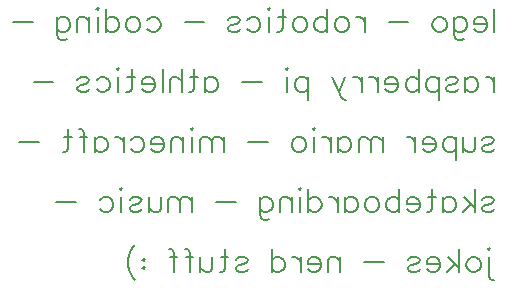
<source format=gbo>
G04 Layer: BottomSilkscreenLayer*
G04 EasyEDA v6.5.34, 2023-09-01 08:25:12*
G04 cc2bbb75409f4265bb42bba671d4d825,5105ad0bdac541d6bd466d525955c20a,10*
G04 Gerber Generator version 0.2*
G04 Scale: 100 percent, Rotated: No, Reflected: No *
G04 Dimensions in millimeters *
G04 leading zeros omitted , absolute positions ,4 integer and 5 decimal *
%FSLAX45Y45*%
%MOMM*%

%ADD10C,0.2032*%

%LPD*%
D10*
X4292600Y-810953D02*
G01*
X4292600Y-1004915D01*
X4231640Y-931024D02*
G01*
X4120804Y-931024D01*
X4120804Y-912553D01*
X4130040Y-894079D01*
X4139275Y-884844D01*
X4157748Y-875606D01*
X4185457Y-875606D01*
X4203931Y-884844D01*
X4222404Y-903315D01*
X4231640Y-931024D01*
X4231640Y-949497D01*
X4222404Y-977206D01*
X4203931Y-995679D01*
X4185457Y-1004915D01*
X4157748Y-1004915D01*
X4139275Y-995679D01*
X4120804Y-977206D01*
X3949006Y-875606D02*
G01*
X3949006Y-1023388D01*
X3958244Y-1051097D01*
X3967479Y-1060335D01*
X3985953Y-1069571D01*
X4013662Y-1069571D01*
X4032135Y-1060335D01*
X3949006Y-903315D02*
G01*
X3967479Y-884844D01*
X3985953Y-875606D01*
X4013662Y-875606D01*
X4032135Y-884844D01*
X4050606Y-903315D01*
X4059844Y-931024D01*
X4059844Y-949497D01*
X4050606Y-977206D01*
X4032135Y-995679D01*
X4013662Y-1004915D01*
X3985953Y-1004915D01*
X3967479Y-995679D01*
X3949006Y-977206D01*
X3841864Y-875606D02*
G01*
X3860337Y-884844D01*
X3878811Y-903315D01*
X3888046Y-931024D01*
X3888046Y-949497D01*
X3878811Y-977206D01*
X3860337Y-995679D01*
X3841864Y-1004915D01*
X3814155Y-1004915D01*
X3795684Y-995679D01*
X3777211Y-977206D01*
X3767975Y-949497D01*
X3767975Y-931024D01*
X3777211Y-903315D01*
X3795684Y-884844D01*
X3814155Y-875606D01*
X3841864Y-875606D01*
X3564775Y-921788D02*
G01*
X3398520Y-921788D01*
X3195320Y-875606D02*
G01*
X3195320Y-1004915D01*
X3195320Y-931024D02*
G01*
X3186084Y-903315D01*
X3167611Y-884844D01*
X3149137Y-875606D01*
X3121428Y-875606D01*
X3014286Y-875606D02*
G01*
X3032759Y-884844D01*
X3051233Y-903315D01*
X3060468Y-931024D01*
X3060468Y-949497D01*
X3051233Y-977206D01*
X3032759Y-995679D01*
X3014286Y-1004915D01*
X2986577Y-1004915D01*
X2968104Y-995679D01*
X2949633Y-977206D01*
X2940395Y-949497D01*
X2940395Y-931024D01*
X2949633Y-903315D01*
X2968104Y-884844D01*
X2986577Y-875606D01*
X3014286Y-875606D01*
X2879435Y-810953D02*
G01*
X2879435Y-1004915D01*
X2879435Y-903315D02*
G01*
X2860964Y-884844D01*
X2842491Y-875606D01*
X2814782Y-875606D01*
X2796308Y-884844D01*
X2777835Y-903315D01*
X2768600Y-931024D01*
X2768600Y-949497D01*
X2777835Y-977206D01*
X2796308Y-995679D01*
X2814782Y-1004915D01*
X2842491Y-1004915D01*
X2860964Y-995679D01*
X2879435Y-977206D01*
X2661457Y-875606D02*
G01*
X2679931Y-884844D01*
X2698404Y-903315D01*
X2707640Y-931024D01*
X2707640Y-949497D01*
X2698404Y-977206D01*
X2679931Y-995679D01*
X2661457Y-1004915D01*
X2633748Y-1004915D01*
X2615275Y-995679D01*
X2596804Y-977206D01*
X2587566Y-949497D01*
X2587566Y-931024D01*
X2596804Y-903315D01*
X2615275Y-884844D01*
X2633748Y-875606D01*
X2661457Y-875606D01*
X2498897Y-810953D02*
G01*
X2498897Y-967971D01*
X2489662Y-995679D01*
X2471188Y-1004915D01*
X2452715Y-1004915D01*
X2526606Y-875606D02*
G01*
X2461953Y-875606D01*
X2391755Y-810953D02*
G01*
X2382520Y-820188D01*
X2373284Y-810953D01*
X2382520Y-801715D01*
X2391755Y-810953D01*
X2382520Y-875606D02*
G01*
X2382520Y-1004915D01*
X2201486Y-903315D02*
G01*
X2219959Y-884844D01*
X2238433Y-875606D01*
X2266142Y-875606D01*
X2284615Y-884844D01*
X2303086Y-903315D01*
X2312324Y-931024D01*
X2312324Y-949497D01*
X2303086Y-977206D01*
X2284615Y-995679D01*
X2266142Y-1004915D01*
X2238433Y-1004915D01*
X2219959Y-995679D01*
X2201486Y-977206D01*
X2038926Y-903315D02*
G01*
X2048164Y-884844D01*
X2075873Y-875606D01*
X2103582Y-875606D01*
X2131291Y-884844D01*
X2140526Y-903315D01*
X2131291Y-921788D01*
X2112817Y-931024D01*
X2066635Y-940262D01*
X2048164Y-949497D01*
X2038926Y-967971D01*
X2038926Y-977206D01*
X2048164Y-995679D01*
X2075873Y-1004915D01*
X2103582Y-1004915D01*
X2131291Y-995679D01*
X2140526Y-977206D01*
X1835726Y-921788D02*
G01*
X1669473Y-921788D01*
X1355435Y-903315D02*
G01*
X1373908Y-884844D01*
X1392382Y-875606D01*
X1420091Y-875606D01*
X1438564Y-884844D01*
X1457035Y-903315D01*
X1466273Y-931024D01*
X1466273Y-949497D01*
X1457035Y-977206D01*
X1438564Y-995679D01*
X1420091Y-1004915D01*
X1392382Y-1004915D01*
X1373908Y-995679D01*
X1355435Y-977206D01*
X1248295Y-875606D02*
G01*
X1266766Y-884844D01*
X1285239Y-903315D01*
X1294475Y-931024D01*
X1294475Y-949497D01*
X1285239Y-977206D01*
X1266766Y-995679D01*
X1248295Y-1004915D01*
X1220584Y-1004915D01*
X1202113Y-995679D01*
X1183639Y-977206D01*
X1174404Y-949497D01*
X1174404Y-931024D01*
X1183639Y-903315D01*
X1202113Y-884844D01*
X1220584Y-875606D01*
X1248295Y-875606D01*
X1002606Y-810953D02*
G01*
X1002606Y-1004915D01*
X1002606Y-903315D02*
G01*
X1021079Y-884844D01*
X1039553Y-875606D01*
X1067262Y-875606D01*
X1085735Y-884844D01*
X1104206Y-903315D01*
X1113444Y-931024D01*
X1113444Y-949497D01*
X1104206Y-977206D01*
X1085735Y-995679D01*
X1067262Y-1004915D01*
X1039553Y-1004915D01*
X1021079Y-995679D01*
X1002606Y-977206D01*
X941646Y-810953D02*
G01*
X932411Y-820188D01*
X923175Y-810953D01*
X932411Y-801715D01*
X941646Y-810953D01*
X932411Y-875606D02*
G01*
X932411Y-1004915D01*
X862215Y-875606D02*
G01*
X862215Y-1004915D01*
X862215Y-912553D02*
G01*
X834504Y-884844D01*
X816033Y-875606D01*
X788324Y-875606D01*
X769851Y-884844D01*
X760615Y-912553D01*
X760615Y-1004915D01*
X588817Y-875606D02*
G01*
X588817Y-1023388D01*
X598055Y-1051097D01*
X607291Y-1060335D01*
X625764Y-1069571D01*
X653473Y-1069571D01*
X671944Y-1060335D01*
X588817Y-903315D02*
G01*
X607291Y-884844D01*
X625764Y-875606D01*
X653473Y-875606D01*
X671944Y-884844D01*
X690417Y-903315D01*
X699655Y-931024D01*
X699655Y-949497D01*
X690417Y-977206D01*
X671944Y-995679D01*
X653473Y-1004915D01*
X625764Y-1004915D01*
X607291Y-995679D01*
X588817Y-977206D01*
X385617Y-921788D02*
G01*
X219364Y-921788D01*
X4292600Y-1383606D02*
G01*
X4292600Y-1512915D01*
X4292600Y-1439024D02*
G01*
X4283364Y-1411315D01*
X4264891Y-1392844D01*
X4246417Y-1383606D01*
X4218708Y-1383606D01*
X4046913Y-1383606D02*
G01*
X4046913Y-1512915D01*
X4046913Y-1411315D02*
G01*
X4065384Y-1392844D01*
X4083857Y-1383606D01*
X4111566Y-1383606D01*
X4130040Y-1392844D01*
X4148513Y-1411315D01*
X4157748Y-1439024D01*
X4157748Y-1457497D01*
X4148513Y-1485206D01*
X4130040Y-1503679D01*
X4111566Y-1512915D01*
X4083857Y-1512915D01*
X4065384Y-1503679D01*
X4046913Y-1485206D01*
X3884353Y-1411315D02*
G01*
X3893588Y-1392844D01*
X3921297Y-1383606D01*
X3949006Y-1383606D01*
X3976715Y-1392844D01*
X3985953Y-1411315D01*
X3976715Y-1429788D01*
X3958244Y-1439024D01*
X3912062Y-1448262D01*
X3893588Y-1457497D01*
X3884353Y-1475971D01*
X3884353Y-1485206D01*
X3893588Y-1503679D01*
X3921297Y-1512915D01*
X3949006Y-1512915D01*
X3976715Y-1503679D01*
X3985953Y-1485206D01*
X3823393Y-1383606D02*
G01*
X3823393Y-1577571D01*
X3823393Y-1411315D02*
G01*
X3804920Y-1392844D01*
X3786446Y-1383606D01*
X3758737Y-1383606D01*
X3740264Y-1392844D01*
X3721793Y-1411315D01*
X3712555Y-1439024D01*
X3712555Y-1457497D01*
X3721793Y-1485206D01*
X3740264Y-1503679D01*
X3758737Y-1512915D01*
X3786446Y-1512915D01*
X3804920Y-1503679D01*
X3823393Y-1485206D01*
X3651595Y-1318953D02*
G01*
X3651595Y-1512915D01*
X3651595Y-1411315D02*
G01*
X3633124Y-1392844D01*
X3614651Y-1383606D01*
X3586942Y-1383606D01*
X3568468Y-1392844D01*
X3549995Y-1411315D01*
X3540759Y-1439024D01*
X3540759Y-1457497D01*
X3549995Y-1485206D01*
X3568468Y-1503679D01*
X3586942Y-1512915D01*
X3614651Y-1512915D01*
X3633124Y-1503679D01*
X3651595Y-1485206D01*
X3479800Y-1439024D02*
G01*
X3368964Y-1439024D01*
X3368964Y-1420553D01*
X3378200Y-1402079D01*
X3387435Y-1392844D01*
X3405908Y-1383606D01*
X3433617Y-1383606D01*
X3452091Y-1392844D01*
X3470564Y-1411315D01*
X3479800Y-1439024D01*
X3479800Y-1457497D01*
X3470564Y-1485206D01*
X3452091Y-1503679D01*
X3433617Y-1512915D01*
X3405908Y-1512915D01*
X3387435Y-1503679D01*
X3368964Y-1485206D01*
X3308004Y-1383606D02*
G01*
X3308004Y-1512915D01*
X3308004Y-1439024D02*
G01*
X3298766Y-1411315D01*
X3280295Y-1392844D01*
X3261822Y-1383606D01*
X3234113Y-1383606D01*
X3173153Y-1383606D02*
G01*
X3173153Y-1512915D01*
X3173153Y-1439024D02*
G01*
X3163915Y-1411315D01*
X3145444Y-1392844D01*
X3126971Y-1383606D01*
X3099262Y-1383606D01*
X3029064Y-1383606D02*
G01*
X2973646Y-1512915D01*
X2918228Y-1383606D02*
G01*
X2973646Y-1512915D01*
X2992120Y-1549862D01*
X3010593Y-1568335D01*
X3029064Y-1577571D01*
X3038302Y-1577571D01*
X2715028Y-1383606D02*
G01*
X2715028Y-1577571D01*
X2715028Y-1411315D02*
G01*
X2696555Y-1392844D01*
X2678084Y-1383606D01*
X2650375Y-1383606D01*
X2631902Y-1392844D01*
X2613428Y-1411315D01*
X2604193Y-1439024D01*
X2604193Y-1457497D01*
X2613428Y-1485206D01*
X2631902Y-1503679D01*
X2650375Y-1512915D01*
X2678084Y-1512915D01*
X2696555Y-1503679D01*
X2715028Y-1485206D01*
X2543233Y-1318953D02*
G01*
X2533995Y-1328188D01*
X2524759Y-1318953D01*
X2533995Y-1309715D01*
X2543233Y-1318953D01*
X2533995Y-1383606D02*
G01*
X2533995Y-1512915D01*
X2321559Y-1429788D02*
G01*
X2155304Y-1429788D01*
X1841268Y-1383606D02*
G01*
X1841268Y-1512915D01*
X1841268Y-1411315D02*
G01*
X1859742Y-1392844D01*
X1878215Y-1383606D01*
X1905924Y-1383606D01*
X1924395Y-1392844D01*
X1942868Y-1411315D01*
X1952104Y-1439024D01*
X1952104Y-1457497D01*
X1942868Y-1485206D01*
X1924395Y-1503679D01*
X1905924Y-1512915D01*
X1878215Y-1512915D01*
X1859742Y-1503679D01*
X1841268Y-1485206D01*
X1752600Y-1318953D02*
G01*
X1752600Y-1475971D01*
X1743364Y-1503679D01*
X1724891Y-1512915D01*
X1706417Y-1512915D01*
X1780308Y-1383606D02*
G01*
X1715655Y-1383606D01*
X1645457Y-1318953D02*
G01*
X1645457Y-1512915D01*
X1645457Y-1420553D02*
G01*
X1617748Y-1392844D01*
X1599275Y-1383606D01*
X1571566Y-1383606D01*
X1553095Y-1392844D01*
X1543857Y-1420553D01*
X1543857Y-1512915D01*
X1482897Y-1318953D02*
G01*
X1482897Y-1512915D01*
X1421937Y-1439024D02*
G01*
X1311102Y-1439024D01*
X1311102Y-1420553D01*
X1320337Y-1402079D01*
X1329575Y-1392844D01*
X1348046Y-1383606D01*
X1375755Y-1383606D01*
X1394228Y-1392844D01*
X1412702Y-1411315D01*
X1421937Y-1439024D01*
X1421937Y-1457497D01*
X1412702Y-1485206D01*
X1394228Y-1503679D01*
X1375755Y-1512915D01*
X1348046Y-1512915D01*
X1329575Y-1503679D01*
X1311102Y-1485206D01*
X1222433Y-1318953D02*
G01*
X1222433Y-1475971D01*
X1213195Y-1503679D01*
X1194724Y-1512915D01*
X1176251Y-1512915D01*
X1250142Y-1383606D02*
G01*
X1185486Y-1383606D01*
X1115291Y-1318953D02*
G01*
X1106055Y-1328188D01*
X1096817Y-1318953D01*
X1106055Y-1309715D01*
X1115291Y-1318953D01*
X1106055Y-1383606D02*
G01*
X1106055Y-1512915D01*
X925022Y-1411315D02*
G01*
X943495Y-1392844D01*
X961966Y-1383606D01*
X989675Y-1383606D01*
X1008148Y-1392844D01*
X1026622Y-1411315D01*
X1035857Y-1439024D01*
X1035857Y-1457497D01*
X1026622Y-1485206D01*
X1008148Y-1503679D01*
X989675Y-1512915D01*
X961966Y-1512915D01*
X943495Y-1503679D01*
X925022Y-1485206D01*
X762462Y-1411315D02*
G01*
X771697Y-1392844D01*
X799406Y-1383606D01*
X827115Y-1383606D01*
X854824Y-1392844D01*
X864062Y-1411315D01*
X854824Y-1429788D01*
X836353Y-1439024D01*
X790171Y-1448262D01*
X771697Y-1457497D01*
X762462Y-1475971D01*
X762462Y-1485206D01*
X771697Y-1503679D01*
X799406Y-1512915D01*
X827115Y-1512915D01*
X854824Y-1503679D01*
X864062Y-1485206D01*
X559262Y-1429788D02*
G01*
X393006Y-1429788D01*
X4191000Y-1919315D02*
G01*
X4200235Y-1900844D01*
X4227944Y-1891606D01*
X4255655Y-1891606D01*
X4283364Y-1900844D01*
X4292600Y-1919315D01*
X4283364Y-1937788D01*
X4264891Y-1947024D01*
X4218708Y-1956262D01*
X4200235Y-1965497D01*
X4191000Y-1983971D01*
X4191000Y-1993206D01*
X4200235Y-2011679D01*
X4227944Y-2020915D01*
X4255655Y-2020915D01*
X4283364Y-2011679D01*
X4292600Y-1993206D01*
X4130040Y-1891606D02*
G01*
X4130040Y-1983971D01*
X4120804Y-2011679D01*
X4102331Y-2020915D01*
X4074622Y-2020915D01*
X4056148Y-2011679D01*
X4028440Y-1983971D01*
X4028440Y-1891606D02*
G01*
X4028440Y-2020915D01*
X3967479Y-1891606D02*
G01*
X3967479Y-2085571D01*
X3967479Y-1919315D02*
G01*
X3949006Y-1900844D01*
X3930535Y-1891606D01*
X3902824Y-1891606D01*
X3884353Y-1900844D01*
X3865879Y-1919315D01*
X3856644Y-1947024D01*
X3856644Y-1965497D01*
X3865879Y-1993206D01*
X3884353Y-2011679D01*
X3902824Y-2020915D01*
X3930535Y-2020915D01*
X3949006Y-2011679D01*
X3967479Y-1993206D01*
X3795684Y-1947024D02*
G01*
X3684846Y-1947024D01*
X3684846Y-1928553D01*
X3694084Y-1910079D01*
X3703320Y-1900844D01*
X3721793Y-1891606D01*
X3749502Y-1891606D01*
X3767975Y-1900844D01*
X3786446Y-1919315D01*
X3795684Y-1947024D01*
X3795684Y-1965497D01*
X3786446Y-1993206D01*
X3767975Y-2011679D01*
X3749502Y-2020915D01*
X3721793Y-2020915D01*
X3703320Y-2011679D01*
X3684846Y-1993206D01*
X3623886Y-1891606D02*
G01*
X3623886Y-2020915D01*
X3623886Y-1947024D02*
G01*
X3614651Y-1919315D01*
X3596177Y-1900844D01*
X3577704Y-1891606D01*
X3549995Y-1891606D01*
X3346795Y-1891606D02*
G01*
X3346795Y-2020915D01*
X3346795Y-1928553D02*
G01*
X3319086Y-1900844D01*
X3300615Y-1891606D01*
X3272904Y-1891606D01*
X3254433Y-1900844D01*
X3245195Y-1928553D01*
X3245195Y-2020915D01*
X3245195Y-1928553D02*
G01*
X3217486Y-1900844D01*
X3199015Y-1891606D01*
X3171304Y-1891606D01*
X3152833Y-1900844D01*
X3143595Y-1928553D01*
X3143595Y-2020915D01*
X2971800Y-1891606D02*
G01*
X2971800Y-2020915D01*
X2971800Y-1919315D02*
G01*
X2990273Y-1900844D01*
X3008744Y-1891606D01*
X3036455Y-1891606D01*
X3054926Y-1900844D01*
X3073400Y-1919315D01*
X3082635Y-1947024D01*
X3082635Y-1965497D01*
X3073400Y-1993206D01*
X3054926Y-2011679D01*
X3036455Y-2020915D01*
X3008744Y-2020915D01*
X2990273Y-2011679D01*
X2971800Y-1993206D01*
X2910840Y-1891606D02*
G01*
X2910840Y-2020915D01*
X2910840Y-1947024D02*
G01*
X2901604Y-1919315D01*
X2883131Y-1900844D01*
X2864657Y-1891606D01*
X2836948Y-1891606D01*
X2775988Y-1826953D02*
G01*
X2766753Y-1836188D01*
X2757515Y-1826953D01*
X2766753Y-1817715D01*
X2775988Y-1826953D01*
X2766753Y-1891606D02*
G01*
X2766753Y-2020915D01*
X2650375Y-1891606D02*
G01*
X2668846Y-1900844D01*
X2687320Y-1919315D01*
X2696555Y-1947024D01*
X2696555Y-1965497D01*
X2687320Y-1993206D01*
X2668846Y-2011679D01*
X2650375Y-2020915D01*
X2622664Y-2020915D01*
X2604193Y-2011679D01*
X2585720Y-1993206D01*
X2576484Y-1965497D01*
X2576484Y-1947024D01*
X2585720Y-1919315D01*
X2604193Y-1900844D01*
X2622664Y-1891606D01*
X2650375Y-1891606D01*
X2373284Y-1937788D02*
G01*
X2207028Y-1937788D01*
X2003828Y-1891606D02*
G01*
X2003828Y-2020915D01*
X2003828Y-1928553D02*
G01*
X1976120Y-1900844D01*
X1957646Y-1891606D01*
X1929937Y-1891606D01*
X1911464Y-1900844D01*
X1902228Y-1928553D01*
X1902228Y-2020915D01*
X1902228Y-1928553D02*
G01*
X1874520Y-1900844D01*
X1856046Y-1891606D01*
X1828337Y-1891606D01*
X1809864Y-1900844D01*
X1800628Y-1928553D01*
X1800628Y-2020915D01*
X1739668Y-1826953D02*
G01*
X1730433Y-1836188D01*
X1721195Y-1826953D01*
X1730433Y-1817715D01*
X1739668Y-1826953D01*
X1730433Y-1891606D02*
G01*
X1730433Y-2020915D01*
X1660235Y-1891606D02*
G01*
X1660235Y-2020915D01*
X1660235Y-1928553D02*
G01*
X1632526Y-1900844D01*
X1614055Y-1891606D01*
X1586344Y-1891606D01*
X1567873Y-1900844D01*
X1558635Y-1928553D01*
X1558635Y-2020915D01*
X1497675Y-1947024D02*
G01*
X1386839Y-1947024D01*
X1386839Y-1928553D01*
X1396075Y-1910079D01*
X1405313Y-1900844D01*
X1423784Y-1891606D01*
X1451495Y-1891606D01*
X1469966Y-1900844D01*
X1488439Y-1919315D01*
X1497675Y-1947024D01*
X1497675Y-1965497D01*
X1488439Y-1993206D01*
X1469966Y-2011679D01*
X1451495Y-2020915D01*
X1423784Y-2020915D01*
X1405313Y-2011679D01*
X1386839Y-1993206D01*
X1215044Y-1919315D02*
G01*
X1233515Y-1900844D01*
X1251988Y-1891606D01*
X1279697Y-1891606D01*
X1298171Y-1900844D01*
X1316644Y-1919315D01*
X1325879Y-1947024D01*
X1325879Y-1965497D01*
X1316644Y-1993206D01*
X1298171Y-2011679D01*
X1279697Y-2020915D01*
X1251988Y-2020915D01*
X1233515Y-2011679D01*
X1215044Y-1993206D01*
X1154084Y-1891606D02*
G01*
X1154084Y-2020915D01*
X1154084Y-1947024D02*
G01*
X1144846Y-1919315D01*
X1126375Y-1900844D01*
X1107902Y-1891606D01*
X1080193Y-1891606D01*
X908395Y-1891606D02*
G01*
X908395Y-2020915D01*
X908395Y-1919315D02*
G01*
X926868Y-1900844D01*
X945342Y-1891606D01*
X973051Y-1891606D01*
X991524Y-1900844D01*
X1009995Y-1919315D01*
X1019233Y-1947024D01*
X1019233Y-1965497D01*
X1009995Y-1993206D01*
X991524Y-2011679D01*
X973051Y-2020915D01*
X945342Y-2020915D01*
X926868Y-2011679D01*
X908395Y-1993206D01*
X773544Y-1826953D02*
G01*
X792017Y-1826953D01*
X810491Y-1836188D01*
X819726Y-1863897D01*
X819726Y-2020915D01*
X847435Y-1891606D02*
G01*
X782782Y-1891606D01*
X684875Y-1826953D02*
G01*
X684875Y-1983971D01*
X675639Y-2011679D01*
X657166Y-2020915D01*
X638695Y-2020915D01*
X712584Y-1891606D02*
G01*
X647931Y-1891606D01*
X435495Y-1937788D02*
G01*
X269239Y-1937788D01*
X4191000Y-2427315D02*
G01*
X4200235Y-2408844D01*
X4227944Y-2399606D01*
X4255655Y-2399606D01*
X4283364Y-2408844D01*
X4292600Y-2427315D01*
X4283364Y-2445788D01*
X4264891Y-2455024D01*
X4218708Y-2464262D01*
X4200235Y-2473497D01*
X4191000Y-2491971D01*
X4191000Y-2501206D01*
X4200235Y-2519679D01*
X4227944Y-2528915D01*
X4255655Y-2528915D01*
X4283364Y-2519679D01*
X4292600Y-2501206D01*
X4130040Y-2334953D02*
G01*
X4130040Y-2528915D01*
X4037675Y-2399606D02*
G01*
X4130040Y-2491971D01*
X4093095Y-2455024D02*
G01*
X4028440Y-2528915D01*
X3856644Y-2399606D02*
G01*
X3856644Y-2528915D01*
X3856644Y-2427315D02*
G01*
X3875115Y-2408844D01*
X3893588Y-2399606D01*
X3921297Y-2399606D01*
X3939771Y-2408844D01*
X3958244Y-2427315D01*
X3967479Y-2455024D01*
X3967479Y-2473497D01*
X3958244Y-2501206D01*
X3939771Y-2519679D01*
X3921297Y-2528915D01*
X3893588Y-2528915D01*
X3875115Y-2519679D01*
X3856644Y-2501206D01*
X3767975Y-2334953D02*
G01*
X3767975Y-2491971D01*
X3758737Y-2519679D01*
X3740264Y-2528915D01*
X3721793Y-2528915D01*
X3795684Y-2399606D02*
G01*
X3731028Y-2399606D01*
X3660833Y-2455024D02*
G01*
X3549995Y-2455024D01*
X3549995Y-2436553D01*
X3559233Y-2418079D01*
X3568468Y-2408844D01*
X3586942Y-2399606D01*
X3614651Y-2399606D01*
X3633124Y-2408844D01*
X3651595Y-2427315D01*
X3660833Y-2455024D01*
X3660833Y-2473497D01*
X3651595Y-2501206D01*
X3633124Y-2519679D01*
X3614651Y-2528915D01*
X3586942Y-2528915D01*
X3568468Y-2519679D01*
X3549995Y-2501206D01*
X3489035Y-2334953D02*
G01*
X3489035Y-2528915D01*
X3489035Y-2427315D02*
G01*
X3470564Y-2408844D01*
X3452091Y-2399606D01*
X3424382Y-2399606D01*
X3405908Y-2408844D01*
X3387435Y-2427315D01*
X3378200Y-2455024D01*
X3378200Y-2473497D01*
X3387435Y-2501206D01*
X3405908Y-2519679D01*
X3424382Y-2528915D01*
X3452091Y-2528915D01*
X3470564Y-2519679D01*
X3489035Y-2501206D01*
X3271057Y-2399606D02*
G01*
X3289531Y-2408844D01*
X3308004Y-2427315D01*
X3317240Y-2455024D01*
X3317240Y-2473497D01*
X3308004Y-2501206D01*
X3289531Y-2519679D01*
X3271057Y-2528915D01*
X3243348Y-2528915D01*
X3224875Y-2519679D01*
X3206404Y-2501206D01*
X3197166Y-2473497D01*
X3197166Y-2455024D01*
X3206404Y-2427315D01*
X3224875Y-2408844D01*
X3243348Y-2399606D01*
X3271057Y-2399606D01*
X3025371Y-2399606D02*
G01*
X3025371Y-2528915D01*
X3025371Y-2427315D02*
G01*
X3043844Y-2408844D01*
X3062315Y-2399606D01*
X3090024Y-2399606D01*
X3108497Y-2408844D01*
X3126971Y-2427315D01*
X3136206Y-2455024D01*
X3136206Y-2473497D01*
X3126971Y-2501206D01*
X3108497Y-2519679D01*
X3090024Y-2528915D01*
X3062315Y-2528915D01*
X3043844Y-2519679D01*
X3025371Y-2501206D01*
X2964411Y-2399606D02*
G01*
X2964411Y-2528915D01*
X2964411Y-2455024D02*
G01*
X2955175Y-2427315D01*
X2936702Y-2408844D01*
X2918228Y-2399606D01*
X2890520Y-2399606D01*
X2718724Y-2334953D02*
G01*
X2718724Y-2528915D01*
X2718724Y-2427315D02*
G01*
X2737195Y-2408844D01*
X2755668Y-2399606D01*
X2783377Y-2399606D01*
X2801851Y-2408844D01*
X2820324Y-2427315D01*
X2829559Y-2455024D01*
X2829559Y-2473497D01*
X2820324Y-2501206D01*
X2801851Y-2519679D01*
X2783377Y-2528915D01*
X2755668Y-2528915D01*
X2737195Y-2519679D01*
X2718724Y-2501206D01*
X2657764Y-2334953D02*
G01*
X2648526Y-2344188D01*
X2639291Y-2334953D01*
X2648526Y-2325715D01*
X2657764Y-2334953D01*
X2648526Y-2399606D02*
G01*
X2648526Y-2528915D01*
X2578331Y-2399606D02*
G01*
X2578331Y-2528915D01*
X2578331Y-2436553D02*
G01*
X2550622Y-2408844D01*
X2532148Y-2399606D01*
X2504440Y-2399606D01*
X2485966Y-2408844D01*
X2476731Y-2436553D01*
X2476731Y-2528915D01*
X2304935Y-2399606D02*
G01*
X2304935Y-2547388D01*
X2314171Y-2575097D01*
X2323406Y-2584335D01*
X2341879Y-2593571D01*
X2369588Y-2593571D01*
X2388062Y-2584335D01*
X2304935Y-2427315D02*
G01*
X2323406Y-2408844D01*
X2341879Y-2399606D01*
X2369588Y-2399606D01*
X2388062Y-2408844D01*
X2406535Y-2427315D01*
X2415771Y-2455024D01*
X2415771Y-2473497D01*
X2406535Y-2501206D01*
X2388062Y-2519679D01*
X2369588Y-2528915D01*
X2341879Y-2528915D01*
X2323406Y-2519679D01*
X2304935Y-2501206D01*
X2101735Y-2445788D02*
G01*
X1935479Y-2445788D01*
X1732279Y-2399606D02*
G01*
X1732279Y-2528915D01*
X1732279Y-2436553D02*
G01*
X1704571Y-2408844D01*
X1686097Y-2399606D01*
X1658388Y-2399606D01*
X1639915Y-2408844D01*
X1630679Y-2436553D01*
X1630679Y-2528915D01*
X1630679Y-2436553D02*
G01*
X1602971Y-2408844D01*
X1584497Y-2399606D01*
X1556788Y-2399606D01*
X1538315Y-2408844D01*
X1529079Y-2436553D01*
X1529079Y-2528915D01*
X1468120Y-2399606D02*
G01*
X1468120Y-2491971D01*
X1458884Y-2519679D01*
X1440411Y-2528915D01*
X1412702Y-2528915D01*
X1394228Y-2519679D01*
X1366520Y-2491971D01*
X1366520Y-2399606D02*
G01*
X1366520Y-2528915D01*
X1203960Y-2427315D02*
G01*
X1213195Y-2408844D01*
X1240904Y-2399606D01*
X1268615Y-2399606D01*
X1296324Y-2408844D01*
X1305560Y-2427315D01*
X1296324Y-2445788D01*
X1277851Y-2455024D01*
X1231668Y-2464262D01*
X1213195Y-2473497D01*
X1203960Y-2491971D01*
X1203960Y-2501206D01*
X1213195Y-2519679D01*
X1240904Y-2528915D01*
X1268615Y-2528915D01*
X1296324Y-2519679D01*
X1305560Y-2501206D01*
X1143000Y-2334953D02*
G01*
X1133764Y-2344188D01*
X1124526Y-2334953D01*
X1133764Y-2325715D01*
X1143000Y-2334953D01*
X1133764Y-2399606D02*
G01*
X1133764Y-2528915D01*
X952731Y-2427315D02*
G01*
X971204Y-2408844D01*
X989675Y-2399606D01*
X1017384Y-2399606D01*
X1035857Y-2408844D01*
X1054331Y-2427315D01*
X1063566Y-2455024D01*
X1063566Y-2473497D01*
X1054331Y-2501206D01*
X1035857Y-2519679D01*
X1017384Y-2528915D01*
X989675Y-2528915D01*
X971204Y-2519679D01*
X952731Y-2501206D01*
X749531Y-2445788D02*
G01*
X583275Y-2445788D01*
X4255655Y-2842953D02*
G01*
X4246417Y-2852188D01*
X4237182Y-2842953D01*
X4246417Y-2833715D01*
X4255655Y-2842953D01*
X4246417Y-2907606D02*
G01*
X4246417Y-3064624D01*
X4255655Y-3092335D01*
X4274126Y-3101571D01*
X4292600Y-3101571D01*
X4130040Y-2907606D02*
G01*
X4148513Y-2916844D01*
X4166984Y-2935315D01*
X4176222Y-2963024D01*
X4176222Y-2981497D01*
X4166984Y-3009206D01*
X4148513Y-3027679D01*
X4130040Y-3036915D01*
X4102331Y-3036915D01*
X4083857Y-3027679D01*
X4065384Y-3009206D01*
X4056148Y-2981497D01*
X4056148Y-2963024D01*
X4065384Y-2935315D01*
X4083857Y-2916844D01*
X4102331Y-2907606D01*
X4130040Y-2907606D01*
X3995188Y-2842953D02*
G01*
X3995188Y-3036915D01*
X3902824Y-2907606D02*
G01*
X3995188Y-2999971D01*
X3958244Y-2963024D02*
G01*
X3893588Y-3036915D01*
X3832628Y-2963024D02*
G01*
X3721793Y-2963024D01*
X3721793Y-2944553D01*
X3731028Y-2926079D01*
X3740264Y-2916844D01*
X3758737Y-2907606D01*
X3786446Y-2907606D01*
X3804920Y-2916844D01*
X3823393Y-2935315D01*
X3832628Y-2963024D01*
X3832628Y-2981497D01*
X3823393Y-3009206D01*
X3804920Y-3027679D01*
X3786446Y-3036915D01*
X3758737Y-3036915D01*
X3740264Y-3027679D01*
X3721793Y-3009206D01*
X3559233Y-2935315D02*
G01*
X3568468Y-2916844D01*
X3596177Y-2907606D01*
X3623886Y-2907606D01*
X3651595Y-2916844D01*
X3660833Y-2935315D01*
X3651595Y-2953788D01*
X3633124Y-2963024D01*
X3586942Y-2972262D01*
X3568468Y-2981497D01*
X3559233Y-2999971D01*
X3559233Y-3009206D01*
X3568468Y-3027679D01*
X3596177Y-3036915D01*
X3623886Y-3036915D01*
X3651595Y-3027679D01*
X3660833Y-3009206D01*
X3356033Y-2953788D02*
G01*
X3189777Y-2953788D01*
X2986577Y-2907606D02*
G01*
X2986577Y-3036915D01*
X2986577Y-2944553D02*
G01*
X2958868Y-2916844D01*
X2940395Y-2907606D01*
X2912686Y-2907606D01*
X2894215Y-2916844D01*
X2884977Y-2944553D01*
X2884977Y-3036915D01*
X2824017Y-2963024D02*
G01*
X2713182Y-2963024D01*
X2713182Y-2944553D01*
X2722417Y-2926079D01*
X2731655Y-2916844D01*
X2750126Y-2907606D01*
X2777835Y-2907606D01*
X2796308Y-2916844D01*
X2814782Y-2935315D01*
X2824017Y-2963024D01*
X2824017Y-2981497D01*
X2814782Y-3009206D01*
X2796308Y-3027679D01*
X2777835Y-3036915D01*
X2750126Y-3036915D01*
X2731655Y-3027679D01*
X2713182Y-3009206D01*
X2652222Y-2907606D02*
G01*
X2652222Y-3036915D01*
X2652222Y-2963024D02*
G01*
X2642984Y-2935315D01*
X2624513Y-2916844D01*
X2606040Y-2907606D01*
X2578331Y-2907606D01*
X2406535Y-2842953D02*
G01*
X2406535Y-3036915D01*
X2406535Y-2935315D02*
G01*
X2425006Y-2916844D01*
X2443479Y-2907606D01*
X2471188Y-2907606D01*
X2489662Y-2916844D01*
X2508135Y-2935315D01*
X2517371Y-2963024D01*
X2517371Y-2981497D01*
X2508135Y-3009206D01*
X2489662Y-3027679D01*
X2471188Y-3036915D01*
X2443479Y-3036915D01*
X2425006Y-3027679D01*
X2406535Y-3009206D01*
X2101735Y-2935315D02*
G01*
X2110971Y-2916844D01*
X2138679Y-2907606D01*
X2166388Y-2907606D01*
X2194097Y-2916844D01*
X2203335Y-2935315D01*
X2194097Y-2953788D01*
X2175624Y-2963024D01*
X2129444Y-2972262D01*
X2110971Y-2981497D01*
X2101735Y-2999971D01*
X2101735Y-3009206D01*
X2110971Y-3027679D01*
X2138679Y-3036915D01*
X2166388Y-3036915D01*
X2194097Y-3027679D01*
X2203335Y-3009206D01*
X2013064Y-2842953D02*
G01*
X2013064Y-2999971D01*
X2003828Y-3027679D01*
X1985355Y-3036915D01*
X1966884Y-3036915D01*
X2040775Y-2907606D02*
G01*
X1976120Y-2907606D01*
X1905924Y-2907606D02*
G01*
X1905924Y-2999971D01*
X1896686Y-3027679D01*
X1878215Y-3036915D01*
X1850504Y-3036915D01*
X1832033Y-3027679D01*
X1804324Y-2999971D01*
X1804324Y-2907606D02*
G01*
X1804324Y-3036915D01*
X1669473Y-2842953D02*
G01*
X1687944Y-2842953D01*
X1706417Y-2852188D01*
X1715655Y-2879897D01*
X1715655Y-3036915D01*
X1743364Y-2907606D02*
G01*
X1678708Y-2907606D01*
X1534622Y-2842953D02*
G01*
X1553095Y-2842953D01*
X1571566Y-2852188D01*
X1580804Y-2879897D01*
X1580804Y-3036915D01*
X1608513Y-2907606D02*
G01*
X1543857Y-2907606D01*
X1322184Y-2926079D02*
G01*
X1331422Y-2935315D01*
X1322184Y-2944553D01*
X1312948Y-2935315D01*
X1322184Y-2926079D01*
X1322184Y-2990735D02*
G01*
X1331422Y-2999971D01*
X1322184Y-3009206D01*
X1312948Y-2999971D01*
X1322184Y-2990735D01*
X1251988Y-2806006D02*
G01*
X1233515Y-2824479D01*
X1215044Y-2852188D01*
X1196571Y-2889135D01*
X1187335Y-2935315D01*
X1187335Y-2972262D01*
X1196571Y-3018444D01*
X1215044Y-3055388D01*
X1233515Y-3083097D01*
X1251988Y-3101571D01*
M02*

</source>
